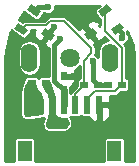
<source format=gbr>
G04 #@! TF.FileFunction,Copper,L1,Top,Signal*
%FSLAX46Y46*%
G04 Gerber Fmt 4.6, Leading zero omitted, Abs format (unit mm)*
G04 Created by KiCad (PCBNEW 4.0.4-stable) date 08/26/17 16:23:53*
%MOMM*%
%LPD*%
G01*
G04 APERTURE LIST*
%ADD10C,0.100000*%
%ADD11O,1.420000X2.420000*%
%ADD12C,1.630000*%
%ADD13R,0.700000X0.600000*%
%ADD14R,0.600000X0.700000*%
%ADD15R,0.600000X1.550000*%
%ADD16R,1.200000X1.800000*%
%ADD17C,0.600000*%
%ADD18C,0.890000*%
%ADD19C,0.400000*%
%ADD20C,0.600000*%
%ADD21C,0.200000*%
%ADD22C,0.254000*%
G04 APERTURE END LIST*
D10*
D11*
X111110000Y-66970000D03*
D12*
X114510000Y-67020000D03*
D11*
X117910000Y-66970000D03*
D13*
X111300000Y-69100000D03*
X112500000Y-69100000D03*
D14*
X114000000Y-69720000D03*
X114000000Y-68520000D03*
D13*
X115750000Y-69275000D03*
X116950000Y-69275000D03*
X118950000Y-69275000D03*
X117750000Y-69275000D03*
D10*
G36*
X111272808Y-62461172D02*
X112092583Y-63035184D01*
X111748758Y-63526216D01*
X110928983Y-62952204D01*
X111272808Y-62461172D01*
X111272808Y-62461172D01*
G37*
G36*
X112457574Y-64453542D02*
X113277349Y-65027554D01*
X112933524Y-65518586D01*
X112113749Y-64944574D01*
X112457574Y-64453542D01*
X112457574Y-64453542D01*
G37*
G36*
X110180145Y-64021657D02*
X110999920Y-64595669D01*
X110656095Y-65086701D01*
X109836320Y-64512689D01*
X110180145Y-64021657D01*
X110180145Y-64021657D01*
G37*
G36*
X119153680Y-64482689D02*
X118333905Y-65056701D01*
X117990080Y-64565669D01*
X118809855Y-63991657D01*
X119153680Y-64482689D01*
X119153680Y-64482689D01*
G37*
G36*
X116876251Y-64914574D02*
X116056476Y-65488586D01*
X115712651Y-64997554D01*
X116532426Y-64423542D01*
X116876251Y-64914574D01*
X116876251Y-64914574D01*
G37*
G36*
X118061017Y-62922204D02*
X117241242Y-63496216D01*
X116897417Y-63005184D01*
X117717192Y-62431172D01*
X118061017Y-62922204D01*
X118061017Y-62922204D01*
G37*
D15*
X112010000Y-70962500D03*
X113010000Y-70962500D03*
X114010000Y-70962500D03*
X115010000Y-70962500D03*
X116010000Y-70962500D03*
X117010000Y-70962500D03*
D16*
X110710000Y-74837500D03*
X118310000Y-74837500D03*
D17*
X115675000Y-64275000D03*
X113225000Y-64400000D03*
X117000000Y-73525000D03*
X114850000Y-68475000D03*
D18*
X111100000Y-71500000D03*
X111100000Y-70500000D03*
D17*
X118930000Y-65260000D03*
X113725000Y-65400000D03*
X112675000Y-62700000D03*
X116500000Y-67275000D03*
D18*
X113000000Y-72500000D03*
X114000000Y-72500000D03*
D19*
X116294451Y-64956064D02*
X116294451Y-64894451D01*
X116294451Y-64894451D02*
X115675000Y-64275000D01*
X112695549Y-64986064D02*
X112695549Y-64929451D01*
X112695549Y-64929451D02*
X113225000Y-64400000D01*
X117010000Y-70962500D02*
X117010000Y-73515000D01*
X117010000Y-73515000D02*
X117000000Y-73525000D01*
X114000000Y-68520000D02*
X114805000Y-68520000D01*
X114805000Y-68520000D02*
X114850000Y-68475000D01*
X118930000Y-65260000D02*
X118930000Y-64882299D01*
X118930000Y-64882299D02*
X118571880Y-64524179D01*
X114000000Y-69720000D02*
X113225000Y-68945000D01*
X113225000Y-68945000D02*
X113225000Y-65900000D01*
X113225000Y-65900000D02*
X113725000Y-65400000D01*
X112675000Y-62700000D02*
X111804477Y-62700000D01*
X111804477Y-62700000D02*
X111510783Y-62993694D01*
X116950000Y-69275000D02*
X116500000Y-68825000D01*
X116500000Y-68825000D02*
X116500000Y-67275000D01*
X117750000Y-69275000D02*
X116950000Y-69275000D01*
D20*
X114010000Y-70962500D02*
X114010000Y-69730000D01*
X114010000Y-69730000D02*
X114000000Y-69720000D01*
D21*
X115750000Y-69275000D02*
X115750000Y-67210998D01*
X115750000Y-67210998D02*
X116350000Y-66610998D01*
X116350000Y-66610998D02*
X116350000Y-66135679D01*
X116350000Y-66135679D02*
X114064320Y-63849999D01*
X110704033Y-64268266D02*
X110418120Y-64554179D01*
X114064320Y-63849999D02*
X112839003Y-63849999D01*
X112839003Y-63849999D02*
X112485470Y-64203532D01*
X112485470Y-64203532D02*
X110768767Y-64203532D01*
X110768767Y-64203532D02*
X110704033Y-64268266D01*
X115010000Y-70962500D02*
X115010000Y-70015000D01*
X115010000Y-70015000D02*
X115750000Y-69275000D01*
X116010000Y-70962500D02*
X116010000Y-70437498D01*
X116010000Y-70437498D02*
X116622497Y-69825001D01*
X116622497Y-69825001D02*
X118349999Y-69825001D01*
X118349999Y-69825001D02*
X118900000Y-69275000D01*
X118900000Y-69275000D02*
X118950000Y-69275000D01*
X118950000Y-69275000D02*
X118950000Y-66152341D01*
X118950000Y-66152341D02*
X117479217Y-64681558D01*
X117479217Y-64681558D02*
X117479217Y-63429584D01*
X117479217Y-63429584D02*
X117479217Y-62963694D01*
D22*
G36*
X111521140Y-64683819D02*
X111466463Y-64930450D01*
X111510330Y-65179231D01*
X111646061Y-65392287D01*
X111852995Y-65537183D01*
X111925343Y-65587842D01*
X112146439Y-65548857D01*
X112518672Y-65017252D01*
X112502289Y-65005781D01*
X112647978Y-64797715D01*
X112664361Y-64809187D01*
X112675832Y-64792804D01*
X112883898Y-64938493D01*
X112872426Y-64954876D01*
X112888809Y-64966347D01*
X112743120Y-65174413D01*
X112726737Y-65162941D01*
X112354503Y-65694546D01*
X112393488Y-65915641D01*
X112465837Y-65966300D01*
X112672770Y-66111196D01*
X112748000Y-66127874D01*
X112748000Y-68517574D01*
X112150000Y-68517574D01*
X112047350Y-68536889D01*
X111953073Y-68597555D01*
X111899421Y-68676076D01*
X111852445Y-68603073D01*
X111759880Y-68539825D01*
X111650000Y-68517574D01*
X110950000Y-68517574D01*
X110847350Y-68536889D01*
X110753073Y-68597555D01*
X110689825Y-68690120D01*
X110667574Y-68800000D01*
X110667574Y-68843647D01*
X110661385Y-68851556D01*
X110589200Y-68979741D01*
X110571487Y-69017631D01*
X110396166Y-69480981D01*
X110383126Y-69527209D01*
X110325624Y-69829276D01*
X110320767Y-69877062D01*
X110298960Y-71381715D01*
X110299391Y-71401679D01*
X110306774Y-71529688D01*
X110308641Y-71549565D01*
X110337827Y-71773327D01*
X110347073Y-71816731D01*
X110372700Y-71902582D01*
X110411220Y-71982228D01*
X110462608Y-72055620D01*
X110524273Y-72119058D01*
X110596179Y-72172504D01*
X110674701Y-72213264D01*
X110759791Y-72241313D01*
X110847160Y-72255237D01*
X110936754Y-72255027D01*
X110980982Y-72251369D01*
X111159546Y-72222052D01*
X111242985Y-72222125D01*
X111298290Y-72199274D01*
X112326673Y-72030434D01*
X112261035Y-72249228D01*
X112254463Y-72275865D01*
X112220799Y-72448697D01*
X112215694Y-72503260D01*
X112216714Y-72679337D01*
X112218231Y-72706728D01*
X112224522Y-72766496D01*
X112234291Y-72815779D01*
X112261727Y-72908908D01*
X112306875Y-72998205D01*
X112365609Y-73075510D01*
X112439539Y-73142941D01*
X112521907Y-73194334D01*
X112614973Y-73231099D01*
X112710227Y-73249873D01*
X112760195Y-73255078D01*
X113946289Y-73270482D01*
X113999984Y-73265937D01*
X114192770Y-73230485D01*
X114292514Y-73191026D01*
X114457376Y-73084991D01*
X114534649Y-73010598D01*
X114590286Y-72930916D01*
X114611725Y-72909514D01*
X114621256Y-72886561D01*
X114646868Y-72849880D01*
X114690086Y-72751707D01*
X114705039Y-72684791D01*
X114721875Y-72644245D01*
X114721905Y-72609310D01*
X114732833Y-72560407D01*
X114739413Y-72506923D01*
X114740979Y-72444286D01*
X114738561Y-72400195D01*
X114720365Y-72265814D01*
X114694841Y-72181564D01*
X114635400Y-72059679D01*
X114584730Y-71987692D01*
X114583173Y-71986095D01*
X114600120Y-71997675D01*
X114710000Y-72019926D01*
X115310000Y-72019926D01*
X115412650Y-72000611D01*
X115506927Y-71939945D01*
X115509697Y-71935891D01*
X115600120Y-71997675D01*
X115710000Y-72019926D01*
X116139665Y-72019926D01*
X116171673Y-72097199D01*
X116350302Y-72275827D01*
X116583691Y-72372500D01*
X116724250Y-72372500D01*
X116883000Y-72213750D01*
X116883000Y-71089500D01*
X117137000Y-71089500D01*
X117137000Y-72213750D01*
X117295750Y-72372500D01*
X117436309Y-72372500D01*
X117669698Y-72275827D01*
X117848327Y-72097199D01*
X117945000Y-71863810D01*
X117945000Y-71248250D01*
X117786250Y-71089500D01*
X117137000Y-71089500D01*
X116883000Y-71089500D01*
X116863000Y-71089500D01*
X116863000Y-70835500D01*
X116883000Y-70835500D01*
X116883000Y-70815500D01*
X117137000Y-70815500D01*
X117137000Y-70835500D01*
X117786250Y-70835500D01*
X117945000Y-70676750D01*
X117945000Y-70202001D01*
X118349999Y-70202001D01*
X118494271Y-70173304D01*
X118616578Y-70091580D01*
X118850732Y-69857426D01*
X119300000Y-69857426D01*
X119402650Y-69838111D01*
X119496927Y-69777445D01*
X119560175Y-69684880D01*
X119582426Y-69575000D01*
X119582426Y-68975000D01*
X119563111Y-68872350D01*
X119502445Y-68778073D01*
X119409880Y-68714825D01*
X119327000Y-68698042D01*
X119327000Y-66152341D01*
X119298303Y-66008069D01*
X119216579Y-65885762D01*
X119131765Y-65800948D01*
X119256417Y-65749442D01*
X119418871Y-65587271D01*
X119506900Y-65375276D01*
X119507100Y-65145731D01*
X119419442Y-64933583D01*
X119407000Y-64921119D01*
X119407000Y-64882299D01*
X119374474Y-64718776D01*
X119861073Y-65862369D01*
X119973000Y-66945496D01*
X119973000Y-75673000D01*
X119192426Y-75673000D01*
X119192426Y-73937500D01*
X119173111Y-73834850D01*
X119112445Y-73740573D01*
X119019880Y-73677325D01*
X118910000Y-73655074D01*
X117710000Y-73655074D01*
X117607350Y-73674389D01*
X117513073Y-73735055D01*
X117449825Y-73827620D01*
X117427574Y-73937500D01*
X117427574Y-75673000D01*
X111592426Y-75673000D01*
X111592426Y-73937500D01*
X111573111Y-73834850D01*
X111512445Y-73740573D01*
X111419880Y-73677325D01*
X111310000Y-73655074D01*
X110110000Y-73655074D01*
X110007350Y-73674389D01*
X109913073Y-73735055D01*
X109849825Y-73827620D01*
X109827574Y-73937500D01*
X109827574Y-75673000D01*
X109027000Y-75673000D01*
X109027000Y-66960793D01*
X109130421Y-66440868D01*
X110123000Y-66440868D01*
X110123000Y-67499132D01*
X110198131Y-67876841D01*
X110412086Y-68197046D01*
X110732291Y-68411001D01*
X111110000Y-68486132D01*
X111487709Y-68411001D01*
X111807914Y-68197046D01*
X112021869Y-67876841D01*
X112097000Y-67499132D01*
X112097000Y-66440868D01*
X112021869Y-66063159D01*
X111807914Y-65742954D01*
X111487709Y-65528999D01*
X111110000Y-65453868D01*
X110732291Y-65528999D01*
X110412086Y-65742954D01*
X110198131Y-66063159D01*
X110123000Y-66440868D01*
X109130421Y-66440868D01*
X109435702Y-64906143D01*
X109597802Y-64663545D01*
X109674327Y-64744039D01*
X110494102Y-65318051D01*
X110589266Y-65361106D01*
X110701290Y-65365487D01*
X110806193Y-65325939D01*
X110887445Y-65248694D01*
X111231270Y-64757662D01*
X111274326Y-64662497D01*
X111277531Y-64580532D01*
X111593462Y-64580532D01*
X111521140Y-64683819D01*
X111521140Y-64683819D01*
G37*
X111521140Y-64683819D02*
X111466463Y-64930450D01*
X111510330Y-65179231D01*
X111646061Y-65392287D01*
X111852995Y-65537183D01*
X111925343Y-65587842D01*
X112146439Y-65548857D01*
X112518672Y-65017252D01*
X112502289Y-65005781D01*
X112647978Y-64797715D01*
X112664361Y-64809187D01*
X112675832Y-64792804D01*
X112883898Y-64938493D01*
X112872426Y-64954876D01*
X112888809Y-64966347D01*
X112743120Y-65174413D01*
X112726737Y-65162941D01*
X112354503Y-65694546D01*
X112393488Y-65915641D01*
X112465837Y-65966300D01*
X112672770Y-66111196D01*
X112748000Y-66127874D01*
X112748000Y-68517574D01*
X112150000Y-68517574D01*
X112047350Y-68536889D01*
X111953073Y-68597555D01*
X111899421Y-68676076D01*
X111852445Y-68603073D01*
X111759880Y-68539825D01*
X111650000Y-68517574D01*
X110950000Y-68517574D01*
X110847350Y-68536889D01*
X110753073Y-68597555D01*
X110689825Y-68690120D01*
X110667574Y-68800000D01*
X110667574Y-68843647D01*
X110661385Y-68851556D01*
X110589200Y-68979741D01*
X110571487Y-69017631D01*
X110396166Y-69480981D01*
X110383126Y-69527209D01*
X110325624Y-69829276D01*
X110320767Y-69877062D01*
X110298960Y-71381715D01*
X110299391Y-71401679D01*
X110306774Y-71529688D01*
X110308641Y-71549565D01*
X110337827Y-71773327D01*
X110347073Y-71816731D01*
X110372700Y-71902582D01*
X110411220Y-71982228D01*
X110462608Y-72055620D01*
X110524273Y-72119058D01*
X110596179Y-72172504D01*
X110674701Y-72213264D01*
X110759791Y-72241313D01*
X110847160Y-72255237D01*
X110936754Y-72255027D01*
X110980982Y-72251369D01*
X111159546Y-72222052D01*
X111242985Y-72222125D01*
X111298290Y-72199274D01*
X112326673Y-72030434D01*
X112261035Y-72249228D01*
X112254463Y-72275865D01*
X112220799Y-72448697D01*
X112215694Y-72503260D01*
X112216714Y-72679337D01*
X112218231Y-72706728D01*
X112224522Y-72766496D01*
X112234291Y-72815779D01*
X112261727Y-72908908D01*
X112306875Y-72998205D01*
X112365609Y-73075510D01*
X112439539Y-73142941D01*
X112521907Y-73194334D01*
X112614973Y-73231099D01*
X112710227Y-73249873D01*
X112760195Y-73255078D01*
X113946289Y-73270482D01*
X113999984Y-73265937D01*
X114192770Y-73230485D01*
X114292514Y-73191026D01*
X114457376Y-73084991D01*
X114534649Y-73010598D01*
X114590286Y-72930916D01*
X114611725Y-72909514D01*
X114621256Y-72886561D01*
X114646868Y-72849880D01*
X114690086Y-72751707D01*
X114705039Y-72684791D01*
X114721875Y-72644245D01*
X114721905Y-72609310D01*
X114732833Y-72560407D01*
X114739413Y-72506923D01*
X114740979Y-72444286D01*
X114738561Y-72400195D01*
X114720365Y-72265814D01*
X114694841Y-72181564D01*
X114635400Y-72059679D01*
X114584730Y-71987692D01*
X114583173Y-71986095D01*
X114600120Y-71997675D01*
X114710000Y-72019926D01*
X115310000Y-72019926D01*
X115412650Y-72000611D01*
X115506927Y-71939945D01*
X115509697Y-71935891D01*
X115600120Y-71997675D01*
X115710000Y-72019926D01*
X116139665Y-72019926D01*
X116171673Y-72097199D01*
X116350302Y-72275827D01*
X116583691Y-72372500D01*
X116724250Y-72372500D01*
X116883000Y-72213750D01*
X116883000Y-71089500D01*
X117137000Y-71089500D01*
X117137000Y-72213750D01*
X117295750Y-72372500D01*
X117436309Y-72372500D01*
X117669698Y-72275827D01*
X117848327Y-72097199D01*
X117945000Y-71863810D01*
X117945000Y-71248250D01*
X117786250Y-71089500D01*
X117137000Y-71089500D01*
X116883000Y-71089500D01*
X116863000Y-71089500D01*
X116863000Y-70835500D01*
X116883000Y-70835500D01*
X116883000Y-70815500D01*
X117137000Y-70815500D01*
X117137000Y-70835500D01*
X117786250Y-70835500D01*
X117945000Y-70676750D01*
X117945000Y-70202001D01*
X118349999Y-70202001D01*
X118494271Y-70173304D01*
X118616578Y-70091580D01*
X118850732Y-69857426D01*
X119300000Y-69857426D01*
X119402650Y-69838111D01*
X119496927Y-69777445D01*
X119560175Y-69684880D01*
X119582426Y-69575000D01*
X119582426Y-68975000D01*
X119563111Y-68872350D01*
X119502445Y-68778073D01*
X119409880Y-68714825D01*
X119327000Y-68698042D01*
X119327000Y-66152341D01*
X119298303Y-66008069D01*
X119216579Y-65885762D01*
X119131765Y-65800948D01*
X119256417Y-65749442D01*
X119418871Y-65587271D01*
X119506900Y-65375276D01*
X119507100Y-65145731D01*
X119419442Y-64933583D01*
X119407000Y-64921119D01*
X119407000Y-64882299D01*
X119374474Y-64718776D01*
X119861073Y-65862369D01*
X119973000Y-66945496D01*
X119973000Y-75673000D01*
X119192426Y-75673000D01*
X119192426Y-73937500D01*
X119173111Y-73834850D01*
X119112445Y-73740573D01*
X119019880Y-73677325D01*
X118910000Y-73655074D01*
X117710000Y-73655074D01*
X117607350Y-73674389D01*
X117513073Y-73735055D01*
X117449825Y-73827620D01*
X117427574Y-73937500D01*
X117427574Y-75673000D01*
X111592426Y-75673000D01*
X111592426Y-73937500D01*
X111573111Y-73834850D01*
X111512445Y-73740573D01*
X111419880Y-73677325D01*
X111310000Y-73655074D01*
X110110000Y-73655074D01*
X110007350Y-73674389D01*
X109913073Y-73735055D01*
X109849825Y-73827620D01*
X109827574Y-73937500D01*
X109827574Y-75673000D01*
X109027000Y-75673000D01*
X109027000Y-66960793D01*
X109130421Y-66440868D01*
X110123000Y-66440868D01*
X110123000Y-67499132D01*
X110198131Y-67876841D01*
X110412086Y-68197046D01*
X110732291Y-68411001D01*
X111110000Y-68486132D01*
X111487709Y-68411001D01*
X111807914Y-68197046D01*
X112021869Y-67876841D01*
X112097000Y-67499132D01*
X112097000Y-66440868D01*
X112021869Y-66063159D01*
X111807914Y-65742954D01*
X111487709Y-65528999D01*
X111110000Y-65453868D01*
X110732291Y-65528999D01*
X110412086Y-65742954D01*
X110198131Y-66063159D01*
X110123000Y-66440868D01*
X109130421Y-66440868D01*
X109435702Y-64906143D01*
X109597802Y-64663545D01*
X109674327Y-64744039D01*
X110494102Y-65318051D01*
X110589266Y-65361106D01*
X110701290Y-65365487D01*
X110806193Y-65325939D01*
X110887445Y-65248694D01*
X111231270Y-64757662D01*
X111274326Y-64662497D01*
X111277531Y-64580532D01*
X111593462Y-64580532D01*
X111521140Y-64683819D01*
G36*
X115373000Y-68697654D02*
X115297350Y-68711889D01*
X115203073Y-68772555D01*
X115139825Y-68865120D01*
X115117574Y-68975000D01*
X115117574Y-69374268D01*
X114743421Y-69748421D01*
X114661697Y-69870728D01*
X114652721Y-69915852D01*
X114607350Y-69924389D01*
X114587000Y-69937484D01*
X114587000Y-69730000D01*
X114582426Y-69707005D01*
X114582426Y-69440335D01*
X114659699Y-69408327D01*
X114838327Y-69229698D01*
X114935000Y-68996309D01*
X114935000Y-68805750D01*
X114776250Y-68647000D01*
X114127000Y-68647000D01*
X114127000Y-68667000D01*
X113873000Y-68667000D01*
X113873000Y-68647000D01*
X113853000Y-68647000D01*
X113853000Y-68393000D01*
X113873000Y-68393000D01*
X113873000Y-68373000D01*
X114127000Y-68373000D01*
X114127000Y-68393000D01*
X114776250Y-68393000D01*
X114935000Y-68234250D01*
X114935000Y-68043691D01*
X114928722Y-68028534D01*
X115127760Y-67946293D01*
X115373000Y-67701481D01*
X115373000Y-68697654D01*
X115373000Y-68697654D01*
G37*
X115373000Y-68697654D02*
X115297350Y-68711889D01*
X115203073Y-68772555D01*
X115139825Y-68865120D01*
X115117574Y-68975000D01*
X115117574Y-69374268D01*
X114743421Y-69748421D01*
X114661697Y-69870728D01*
X114652721Y-69915852D01*
X114607350Y-69924389D01*
X114587000Y-69937484D01*
X114587000Y-69730000D01*
X114582426Y-69707005D01*
X114582426Y-69440335D01*
X114659699Y-69408327D01*
X114838327Y-69229698D01*
X114935000Y-68996309D01*
X114935000Y-68805750D01*
X114776250Y-68647000D01*
X114127000Y-68647000D01*
X114127000Y-68667000D01*
X113873000Y-68667000D01*
X113873000Y-68647000D01*
X113853000Y-68647000D01*
X113853000Y-68393000D01*
X113873000Y-68393000D01*
X113873000Y-68373000D01*
X114127000Y-68373000D01*
X114127000Y-68393000D01*
X114776250Y-68393000D01*
X114935000Y-68234250D01*
X114935000Y-68043691D01*
X114928722Y-68028534D01*
X115127760Y-67946293D01*
X115373000Y-67701481D01*
X115373000Y-68697654D01*
G36*
X116735424Y-62773834D02*
X116662417Y-62848534D01*
X116619986Y-62952304D01*
X116621270Y-63064406D01*
X116666067Y-63167177D01*
X117009892Y-63658209D01*
X117084591Y-63731216D01*
X117102217Y-63738423D01*
X117102217Y-64235419D01*
X117021616Y-64291857D01*
X117060600Y-64070764D01*
X116980140Y-63955854D01*
X116767083Y-63820123D01*
X116518302Y-63776255D01*
X116271672Y-63830932D01*
X116064739Y-63975828D01*
X115992390Y-64026487D01*
X115953405Y-64247582D01*
X116325639Y-64779187D01*
X116342022Y-64767715D01*
X116487711Y-64975781D01*
X116471328Y-64987252D01*
X116843561Y-65518857D01*
X117064657Y-65557842D01*
X117137005Y-65507183D01*
X117343939Y-65362287D01*
X117454010Y-65189509D01*
X117750163Y-65485662D01*
X117532291Y-65528999D01*
X117212086Y-65742954D01*
X116998131Y-66063159D01*
X116923000Y-66440868D01*
X116923000Y-66882025D01*
X116827271Y-66786129D01*
X116702473Y-66734308D01*
X116727000Y-66610998D01*
X116727000Y-66135679D01*
X116698303Y-65991407D01*
X116647677Y-65915641D01*
X116616580Y-65869100D01*
X116602000Y-65854520D01*
X116635497Y-65664546D01*
X116263263Y-65132941D01*
X116246880Y-65144412D01*
X116101191Y-64936347D01*
X116117574Y-64924876D01*
X115745341Y-64393271D01*
X115524245Y-64354286D01*
X115451897Y-64404945D01*
X115275758Y-64528278D01*
X114330899Y-63583420D01*
X114208592Y-63501696D01*
X114064320Y-63472999D01*
X112839003Y-63472999D01*
X112694731Y-63501696D01*
X112572424Y-63583420D01*
X112329312Y-63826532D01*
X110768767Y-63826532D01*
X110624495Y-63855229D01*
X110571645Y-63890543D01*
X110527457Y-63920069D01*
X110342138Y-63790307D01*
X110246974Y-63747252D01*
X110210995Y-63745845D01*
X110590080Y-63178509D01*
X110688363Y-63098637D01*
X110689745Y-63102303D01*
X110766990Y-63183554D01*
X111586765Y-63757566D01*
X111681929Y-63800621D01*
X111793953Y-63805002D01*
X111898856Y-63765454D01*
X111980108Y-63688209D01*
X112323933Y-63197177D01*
X112333062Y-63177000D01*
X112335879Y-63177000D01*
X112347729Y-63188871D01*
X112559724Y-63276900D01*
X112789269Y-63277100D01*
X113001417Y-63189442D01*
X113163871Y-63027271D01*
X113251900Y-62815276D01*
X113252100Y-62585731D01*
X113238623Y-62553114D01*
X117050645Y-62553114D01*
X116735424Y-62773834D01*
X116735424Y-62773834D01*
G37*
X116735424Y-62773834D02*
X116662417Y-62848534D01*
X116619986Y-62952304D01*
X116621270Y-63064406D01*
X116666067Y-63167177D01*
X117009892Y-63658209D01*
X117084591Y-63731216D01*
X117102217Y-63738423D01*
X117102217Y-64235419D01*
X117021616Y-64291857D01*
X117060600Y-64070764D01*
X116980140Y-63955854D01*
X116767083Y-63820123D01*
X116518302Y-63776255D01*
X116271672Y-63830932D01*
X116064739Y-63975828D01*
X115992390Y-64026487D01*
X115953405Y-64247582D01*
X116325639Y-64779187D01*
X116342022Y-64767715D01*
X116487711Y-64975781D01*
X116471328Y-64987252D01*
X116843561Y-65518857D01*
X117064657Y-65557842D01*
X117137005Y-65507183D01*
X117343939Y-65362287D01*
X117454010Y-65189509D01*
X117750163Y-65485662D01*
X117532291Y-65528999D01*
X117212086Y-65742954D01*
X116998131Y-66063159D01*
X116923000Y-66440868D01*
X116923000Y-66882025D01*
X116827271Y-66786129D01*
X116702473Y-66734308D01*
X116727000Y-66610998D01*
X116727000Y-66135679D01*
X116698303Y-65991407D01*
X116647677Y-65915641D01*
X116616580Y-65869100D01*
X116602000Y-65854520D01*
X116635497Y-65664546D01*
X116263263Y-65132941D01*
X116246880Y-65144412D01*
X116101191Y-64936347D01*
X116117574Y-64924876D01*
X115745341Y-64393271D01*
X115524245Y-64354286D01*
X115451897Y-64404945D01*
X115275758Y-64528278D01*
X114330899Y-63583420D01*
X114208592Y-63501696D01*
X114064320Y-63472999D01*
X112839003Y-63472999D01*
X112694731Y-63501696D01*
X112572424Y-63583420D01*
X112329312Y-63826532D01*
X110768767Y-63826532D01*
X110624495Y-63855229D01*
X110571645Y-63890543D01*
X110527457Y-63920069D01*
X110342138Y-63790307D01*
X110246974Y-63747252D01*
X110210995Y-63745845D01*
X110590080Y-63178509D01*
X110688363Y-63098637D01*
X110689745Y-63102303D01*
X110766990Y-63183554D01*
X111586765Y-63757566D01*
X111681929Y-63800621D01*
X111793953Y-63805002D01*
X111898856Y-63765454D01*
X111980108Y-63688209D01*
X112323933Y-63197177D01*
X112333062Y-63177000D01*
X112335879Y-63177000D01*
X112347729Y-63188871D01*
X112559724Y-63276900D01*
X112789269Y-63277100D01*
X113001417Y-63189442D01*
X113163871Y-63027271D01*
X113251900Y-62815276D01*
X113252100Y-62585731D01*
X113238623Y-62553114D01*
X117050645Y-62553114D01*
X116735424Y-62773834D01*
G36*
X111405686Y-68940565D02*
X111452892Y-68972108D01*
X111484435Y-69019314D01*
X111500084Y-69097987D01*
X111543764Y-69355870D01*
X111557733Y-69395922D01*
X111684770Y-69626616D01*
X111696563Y-69644334D01*
X112000872Y-70027538D01*
X112128733Y-70259730D01*
X112173000Y-70521081D01*
X112173000Y-71646255D01*
X110925605Y-71851052D01*
X110866758Y-71851190D01*
X110820693Y-71836005D01*
X110781764Y-71807070D01*
X110753944Y-71767339D01*
X110737113Y-71710952D01*
X110709839Y-71501853D01*
X110702984Y-71382998D01*
X110724565Y-69893968D01*
X110777934Y-69613612D01*
X110945939Y-69169597D01*
X111003915Y-69066644D01*
X111082834Y-68992283D01*
X111180307Y-68944789D01*
X111297113Y-68927000D01*
X111337491Y-68927000D01*
X111405686Y-68940565D01*
X111405686Y-68940565D01*
G37*
X111405686Y-68940565D02*
X111452892Y-68972108D01*
X111484435Y-69019314D01*
X111500084Y-69097987D01*
X111543764Y-69355870D01*
X111557733Y-69395922D01*
X111684770Y-69626616D01*
X111696563Y-69644334D01*
X112000872Y-70027538D01*
X112128733Y-70259730D01*
X112173000Y-70521081D01*
X112173000Y-71646255D01*
X110925605Y-71851052D01*
X110866758Y-71851190D01*
X110820693Y-71836005D01*
X110781764Y-71807070D01*
X110753944Y-71767339D01*
X110737113Y-71710952D01*
X110709839Y-71501853D01*
X110702984Y-71382998D01*
X110724565Y-69893968D01*
X110777934Y-69613612D01*
X110945939Y-69169597D01*
X111003915Y-69066644D01*
X111082834Y-68992283D01*
X111180307Y-68944789D01*
X111297113Y-68927000D01*
X111337491Y-68927000D01*
X111405686Y-68940565D01*
G36*
X112609287Y-68945857D02*
X112707909Y-68996009D01*
X112770579Y-69058513D01*
X112784309Y-69127540D01*
X112861254Y-69242696D01*
X113132022Y-70070044D01*
X113173000Y-70326995D01*
X113173000Y-71554744D01*
X113174351Y-71573222D01*
X113192000Y-71693236D01*
X113202639Y-71728625D01*
X113254091Y-71838478D01*
X113274468Y-71869308D01*
X113355367Y-71959697D01*
X113386780Y-71985146D01*
X113548442Y-72077934D01*
X113589715Y-72092877D01*
X113773309Y-72125089D01*
X113795256Y-72127000D01*
X114027348Y-72127000D01*
X114131022Y-72143686D01*
X114215100Y-72187323D01*
X114281240Y-72255138D01*
X114322760Y-72340276D01*
X114336852Y-72444346D01*
X114335850Y-72484417D01*
X114301276Y-72639143D01*
X114217753Y-72758763D01*
X114095054Y-72837680D01*
X113939121Y-72866355D01*
X112777006Y-72851262D01*
X112715979Y-72839234D01*
X112673185Y-72812533D01*
X112642668Y-72772366D01*
X112625092Y-72712706D01*
X112620671Y-72670704D01*
X112619760Y-72513542D01*
X112649806Y-72359287D01*
X112784109Y-71911608D01*
X112788119Y-71893557D01*
X112825654Y-71637818D01*
X112827000Y-71619376D01*
X112827000Y-70458714D01*
X112825491Y-70439196D01*
X112783448Y-70168884D01*
X112771592Y-70131691D01*
X112649436Y-69886918D01*
X112639370Y-69870128D01*
X112423452Y-69565879D01*
X112314498Y-69347560D01*
X112277527Y-69109859D01*
X112292467Y-69034749D01*
X112329430Y-68979430D01*
X112384749Y-68942467D01*
X112462509Y-68927000D01*
X112490020Y-68927000D01*
X112609287Y-68945857D01*
X112609287Y-68945857D01*
G37*
X112609287Y-68945857D02*
X112707909Y-68996009D01*
X112770579Y-69058513D01*
X112784309Y-69127540D01*
X112861254Y-69242696D01*
X113132022Y-70070044D01*
X113173000Y-70326995D01*
X113173000Y-71554744D01*
X113174351Y-71573222D01*
X113192000Y-71693236D01*
X113202639Y-71728625D01*
X113254091Y-71838478D01*
X113274468Y-71869308D01*
X113355367Y-71959697D01*
X113386780Y-71985146D01*
X113548442Y-72077934D01*
X113589715Y-72092877D01*
X113773309Y-72125089D01*
X113795256Y-72127000D01*
X114027348Y-72127000D01*
X114131022Y-72143686D01*
X114215100Y-72187323D01*
X114281240Y-72255138D01*
X114322760Y-72340276D01*
X114336852Y-72444346D01*
X114335850Y-72484417D01*
X114301276Y-72639143D01*
X114217753Y-72758763D01*
X114095054Y-72837680D01*
X113939121Y-72866355D01*
X112777006Y-72851262D01*
X112715979Y-72839234D01*
X112673185Y-72812533D01*
X112642668Y-72772366D01*
X112625092Y-72712706D01*
X112620671Y-72670704D01*
X112619760Y-72513542D01*
X112649806Y-72359287D01*
X112784109Y-71911608D01*
X112788119Y-71893557D01*
X112825654Y-71637818D01*
X112827000Y-71619376D01*
X112827000Y-70458714D01*
X112825491Y-70439196D01*
X112783448Y-70168884D01*
X112771592Y-70131691D01*
X112649436Y-69886918D01*
X112639370Y-69870128D01*
X112423452Y-69565879D01*
X112314498Y-69347560D01*
X112277527Y-69109859D01*
X112292467Y-69034749D01*
X112329430Y-68979430D01*
X112384749Y-68942467D01*
X112462509Y-68927000D01*
X112490020Y-68927000D01*
X112609287Y-68945857D01*
M02*

</source>
